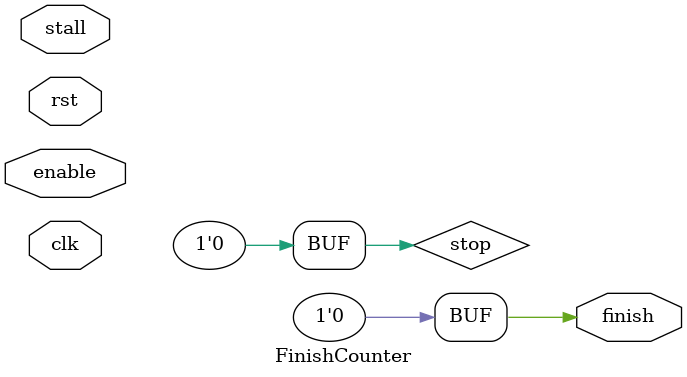
<source format=v>
`define IDLE 0 
`define RUN 1

module FinishCounter(clk, rst, stall, enable, finish);
  input clk;
  input rst;
  input stall;
  input enable;
  output finish;

  parameter Delay = 32;
  parameter CntWidth = 5;

  reg [CntWidth - 1 : 0] Count;
  reg [1 : 0 ]           State;
  wire                   stop;

  always @ (posedge clk) begin
    if (rst) 
      State <= 2'b0;  // IDLE
    else if (enable) 
      State <= 2'b1;  // RUN
  end
  
  always @ (posedge clk) begin
    if (rst) 
      Count <= 0;
    else if (!stall && !stop && (State || enable)) begin
      Count <= Count + 1;
    end
  end

  assign stop = (Count == Delay) ? 1'b1 : 1'b0;
  assign finish = stop;

endmodule

</source>
